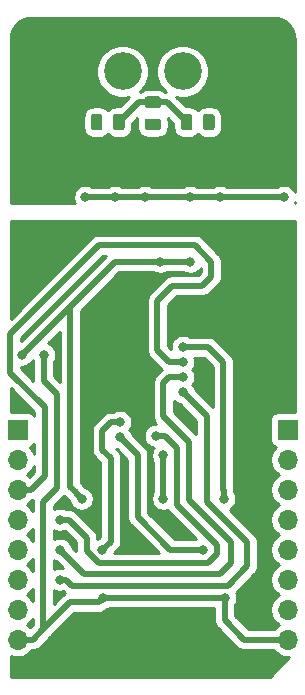
<source format=gbr>
G04 #@! TF.GenerationSoftware,KiCad,Pcbnew,(5.1.5)-3*
G04 #@! TF.CreationDate,2020-01-28T18:53:24+01:00*
G04 #@! TF.ProjectId,CAN SPI Isolated v2.0,43414e20-5350-4492-9049-736f6c617465,rev?*
G04 #@! TF.SameCoordinates,Original*
G04 #@! TF.FileFunction,Copper,L2,Bot*
G04 #@! TF.FilePolarity,Positive*
%FSLAX46Y46*%
G04 Gerber Fmt 4.6, Leading zero omitted, Abs format (unit mm)*
G04 Created by KiCad (PCBNEW (5.1.5)-3) date 2020-01-28 18:53:24*
%MOMM*%
%LPD*%
G04 APERTURE LIST*
%ADD10C,0.100000*%
%ADD11C,3.200000*%
%ADD12O,1.700000X1.700000*%
%ADD13R,1.700000X1.700000*%
%ADD14C,0.800000*%
%ADD15C,0.508000*%
%ADD16C,0.254000*%
G04 APERTURE END LIST*
G04 #@! TA.AperFunction,SMDPad,CuDef*
D10*
G36*
X89380142Y-127989174D02*
G01*
X89403803Y-127992684D01*
X89427007Y-127998496D01*
X89449529Y-128006554D01*
X89471153Y-128016782D01*
X89491670Y-128029079D01*
X89510883Y-128043329D01*
X89528607Y-128059393D01*
X89544671Y-128077117D01*
X89558921Y-128096330D01*
X89571218Y-128116847D01*
X89581446Y-128138471D01*
X89589504Y-128160993D01*
X89595316Y-128184197D01*
X89598826Y-128207858D01*
X89600000Y-128231750D01*
X89600000Y-128719250D01*
X89598826Y-128743142D01*
X89595316Y-128766803D01*
X89589504Y-128790007D01*
X89581446Y-128812529D01*
X89571218Y-128834153D01*
X89558921Y-128854670D01*
X89544671Y-128873883D01*
X89528607Y-128891607D01*
X89510883Y-128907671D01*
X89491670Y-128921921D01*
X89471153Y-128934218D01*
X89449529Y-128944446D01*
X89427007Y-128952504D01*
X89403803Y-128958316D01*
X89380142Y-128961826D01*
X89356250Y-128963000D01*
X88443750Y-128963000D01*
X88419858Y-128961826D01*
X88396197Y-128958316D01*
X88372993Y-128952504D01*
X88350471Y-128944446D01*
X88328847Y-128934218D01*
X88308330Y-128921921D01*
X88289117Y-128907671D01*
X88271393Y-128891607D01*
X88255329Y-128873883D01*
X88241079Y-128854670D01*
X88228782Y-128834153D01*
X88218554Y-128812529D01*
X88210496Y-128790007D01*
X88204684Y-128766803D01*
X88201174Y-128743142D01*
X88200000Y-128719250D01*
X88200000Y-128231750D01*
X88201174Y-128207858D01*
X88204684Y-128184197D01*
X88210496Y-128160993D01*
X88218554Y-128138471D01*
X88228782Y-128116847D01*
X88241079Y-128096330D01*
X88255329Y-128077117D01*
X88271393Y-128059393D01*
X88289117Y-128043329D01*
X88308330Y-128029079D01*
X88328847Y-128016782D01*
X88350471Y-128006554D01*
X88372993Y-127998496D01*
X88396197Y-127992684D01*
X88419858Y-127989174D01*
X88443750Y-127988000D01*
X89356250Y-127988000D01*
X89380142Y-127989174D01*
G37*
G04 #@! TD.AperFunction*
G04 #@! TA.AperFunction,SMDPad,CuDef*
G36*
X89380142Y-129864174D02*
G01*
X89403803Y-129867684D01*
X89427007Y-129873496D01*
X89449529Y-129881554D01*
X89471153Y-129891782D01*
X89491670Y-129904079D01*
X89510883Y-129918329D01*
X89528607Y-129934393D01*
X89544671Y-129952117D01*
X89558921Y-129971330D01*
X89571218Y-129991847D01*
X89581446Y-130013471D01*
X89589504Y-130035993D01*
X89595316Y-130059197D01*
X89598826Y-130082858D01*
X89600000Y-130106750D01*
X89600000Y-130594250D01*
X89598826Y-130618142D01*
X89595316Y-130641803D01*
X89589504Y-130665007D01*
X89581446Y-130687529D01*
X89571218Y-130709153D01*
X89558921Y-130729670D01*
X89544671Y-130748883D01*
X89528607Y-130766607D01*
X89510883Y-130782671D01*
X89491670Y-130796921D01*
X89471153Y-130809218D01*
X89449529Y-130819446D01*
X89427007Y-130827504D01*
X89403803Y-130833316D01*
X89380142Y-130836826D01*
X89356250Y-130838000D01*
X88443750Y-130838000D01*
X88419858Y-130836826D01*
X88396197Y-130833316D01*
X88372993Y-130827504D01*
X88350471Y-130819446D01*
X88328847Y-130809218D01*
X88308330Y-130796921D01*
X88289117Y-130782671D01*
X88271393Y-130766607D01*
X88255329Y-130748883D01*
X88241079Y-130729670D01*
X88228782Y-130709153D01*
X88218554Y-130687529D01*
X88210496Y-130665007D01*
X88204684Y-130641803D01*
X88201174Y-130618142D01*
X88200000Y-130594250D01*
X88200000Y-130106750D01*
X88201174Y-130082858D01*
X88204684Y-130059197D01*
X88210496Y-130035993D01*
X88218554Y-130013471D01*
X88228782Y-129991847D01*
X88241079Y-129971330D01*
X88255329Y-129952117D01*
X88271393Y-129934393D01*
X88289117Y-129918329D01*
X88308330Y-129904079D01*
X88328847Y-129891782D01*
X88350471Y-129881554D01*
X88372993Y-129873496D01*
X88396197Y-129867684D01*
X88419858Y-129864174D01*
X88443750Y-129863000D01*
X89356250Y-129863000D01*
X89380142Y-129864174D01*
G37*
G04 #@! TD.AperFunction*
D11*
X86360000Y-125857000D03*
X91440000Y-125857000D03*
D12*
X77470000Y-173990000D03*
X77470000Y-171450000D03*
X77470000Y-168910000D03*
X77470000Y-166370000D03*
X77470000Y-163830000D03*
X77470000Y-161290000D03*
X77470000Y-158750000D03*
D13*
X77470000Y-156210000D03*
X100330000Y-156210000D03*
D12*
X100330000Y-158750000D03*
X100330000Y-161290000D03*
X100330000Y-163830000D03*
X100330000Y-166370000D03*
X100330000Y-168910000D03*
X100330000Y-171450000D03*
X100330000Y-173990000D03*
G04 #@! TA.AperFunction,SMDPad,CuDef*
D10*
G36*
X93915142Y-129476174D02*
G01*
X93938803Y-129479684D01*
X93962007Y-129485496D01*
X93984529Y-129493554D01*
X94006153Y-129503782D01*
X94026670Y-129516079D01*
X94045883Y-129530329D01*
X94063607Y-129546393D01*
X94079671Y-129564117D01*
X94093921Y-129583330D01*
X94106218Y-129603847D01*
X94116446Y-129625471D01*
X94124504Y-129647993D01*
X94130316Y-129671197D01*
X94133826Y-129694858D01*
X94135000Y-129718750D01*
X94135000Y-130631250D01*
X94133826Y-130655142D01*
X94130316Y-130678803D01*
X94124504Y-130702007D01*
X94116446Y-130724529D01*
X94106218Y-130746153D01*
X94093921Y-130766670D01*
X94079671Y-130785883D01*
X94063607Y-130803607D01*
X94045883Y-130819671D01*
X94026670Y-130833921D01*
X94006153Y-130846218D01*
X93984529Y-130856446D01*
X93962007Y-130864504D01*
X93938803Y-130870316D01*
X93915142Y-130873826D01*
X93891250Y-130875000D01*
X93403750Y-130875000D01*
X93379858Y-130873826D01*
X93356197Y-130870316D01*
X93332993Y-130864504D01*
X93310471Y-130856446D01*
X93288847Y-130846218D01*
X93268330Y-130833921D01*
X93249117Y-130819671D01*
X93231393Y-130803607D01*
X93215329Y-130785883D01*
X93201079Y-130766670D01*
X93188782Y-130746153D01*
X93178554Y-130724529D01*
X93170496Y-130702007D01*
X93164684Y-130678803D01*
X93161174Y-130655142D01*
X93160000Y-130631250D01*
X93160000Y-129718750D01*
X93161174Y-129694858D01*
X93164684Y-129671197D01*
X93170496Y-129647993D01*
X93178554Y-129625471D01*
X93188782Y-129603847D01*
X93201079Y-129583330D01*
X93215329Y-129564117D01*
X93231393Y-129546393D01*
X93249117Y-129530329D01*
X93268330Y-129516079D01*
X93288847Y-129503782D01*
X93310471Y-129493554D01*
X93332993Y-129485496D01*
X93356197Y-129479684D01*
X93379858Y-129476174D01*
X93403750Y-129475000D01*
X93891250Y-129475000D01*
X93915142Y-129476174D01*
G37*
G04 #@! TD.AperFunction*
G04 #@! TA.AperFunction,SMDPad,CuDef*
G36*
X92040142Y-129476174D02*
G01*
X92063803Y-129479684D01*
X92087007Y-129485496D01*
X92109529Y-129493554D01*
X92131153Y-129503782D01*
X92151670Y-129516079D01*
X92170883Y-129530329D01*
X92188607Y-129546393D01*
X92204671Y-129564117D01*
X92218921Y-129583330D01*
X92231218Y-129603847D01*
X92241446Y-129625471D01*
X92249504Y-129647993D01*
X92255316Y-129671197D01*
X92258826Y-129694858D01*
X92260000Y-129718750D01*
X92260000Y-130631250D01*
X92258826Y-130655142D01*
X92255316Y-130678803D01*
X92249504Y-130702007D01*
X92241446Y-130724529D01*
X92231218Y-130746153D01*
X92218921Y-130766670D01*
X92204671Y-130785883D01*
X92188607Y-130803607D01*
X92170883Y-130819671D01*
X92151670Y-130833921D01*
X92131153Y-130846218D01*
X92109529Y-130856446D01*
X92087007Y-130864504D01*
X92063803Y-130870316D01*
X92040142Y-130873826D01*
X92016250Y-130875000D01*
X91528750Y-130875000D01*
X91504858Y-130873826D01*
X91481197Y-130870316D01*
X91457993Y-130864504D01*
X91435471Y-130856446D01*
X91413847Y-130846218D01*
X91393330Y-130833921D01*
X91374117Y-130819671D01*
X91356393Y-130803607D01*
X91340329Y-130785883D01*
X91326079Y-130766670D01*
X91313782Y-130746153D01*
X91303554Y-130724529D01*
X91295496Y-130702007D01*
X91289684Y-130678803D01*
X91286174Y-130655142D01*
X91285000Y-130631250D01*
X91285000Y-129718750D01*
X91286174Y-129694858D01*
X91289684Y-129671197D01*
X91295496Y-129647993D01*
X91303554Y-129625471D01*
X91313782Y-129603847D01*
X91326079Y-129583330D01*
X91340329Y-129564117D01*
X91356393Y-129546393D01*
X91374117Y-129530329D01*
X91393330Y-129516079D01*
X91413847Y-129503782D01*
X91435471Y-129493554D01*
X91457993Y-129485496D01*
X91481197Y-129479684D01*
X91504858Y-129476174D01*
X91528750Y-129475000D01*
X92016250Y-129475000D01*
X92040142Y-129476174D01*
G37*
G04 #@! TD.AperFunction*
G04 #@! TA.AperFunction,SMDPad,CuDef*
G36*
X84420142Y-129476174D02*
G01*
X84443803Y-129479684D01*
X84467007Y-129485496D01*
X84489529Y-129493554D01*
X84511153Y-129503782D01*
X84531670Y-129516079D01*
X84550883Y-129530329D01*
X84568607Y-129546393D01*
X84584671Y-129564117D01*
X84598921Y-129583330D01*
X84611218Y-129603847D01*
X84621446Y-129625471D01*
X84629504Y-129647993D01*
X84635316Y-129671197D01*
X84638826Y-129694858D01*
X84640000Y-129718750D01*
X84640000Y-130631250D01*
X84638826Y-130655142D01*
X84635316Y-130678803D01*
X84629504Y-130702007D01*
X84621446Y-130724529D01*
X84611218Y-130746153D01*
X84598921Y-130766670D01*
X84584671Y-130785883D01*
X84568607Y-130803607D01*
X84550883Y-130819671D01*
X84531670Y-130833921D01*
X84511153Y-130846218D01*
X84489529Y-130856446D01*
X84467007Y-130864504D01*
X84443803Y-130870316D01*
X84420142Y-130873826D01*
X84396250Y-130875000D01*
X83908750Y-130875000D01*
X83884858Y-130873826D01*
X83861197Y-130870316D01*
X83837993Y-130864504D01*
X83815471Y-130856446D01*
X83793847Y-130846218D01*
X83773330Y-130833921D01*
X83754117Y-130819671D01*
X83736393Y-130803607D01*
X83720329Y-130785883D01*
X83706079Y-130766670D01*
X83693782Y-130746153D01*
X83683554Y-130724529D01*
X83675496Y-130702007D01*
X83669684Y-130678803D01*
X83666174Y-130655142D01*
X83665000Y-130631250D01*
X83665000Y-129718750D01*
X83666174Y-129694858D01*
X83669684Y-129671197D01*
X83675496Y-129647993D01*
X83683554Y-129625471D01*
X83693782Y-129603847D01*
X83706079Y-129583330D01*
X83720329Y-129564117D01*
X83736393Y-129546393D01*
X83754117Y-129530329D01*
X83773330Y-129516079D01*
X83793847Y-129503782D01*
X83815471Y-129493554D01*
X83837993Y-129485496D01*
X83861197Y-129479684D01*
X83884858Y-129476174D01*
X83908750Y-129475000D01*
X84396250Y-129475000D01*
X84420142Y-129476174D01*
G37*
G04 #@! TD.AperFunction*
G04 #@! TA.AperFunction,SMDPad,CuDef*
G36*
X86295142Y-129476174D02*
G01*
X86318803Y-129479684D01*
X86342007Y-129485496D01*
X86364529Y-129493554D01*
X86386153Y-129503782D01*
X86406670Y-129516079D01*
X86425883Y-129530329D01*
X86443607Y-129546393D01*
X86459671Y-129564117D01*
X86473921Y-129583330D01*
X86486218Y-129603847D01*
X86496446Y-129625471D01*
X86504504Y-129647993D01*
X86510316Y-129671197D01*
X86513826Y-129694858D01*
X86515000Y-129718750D01*
X86515000Y-130631250D01*
X86513826Y-130655142D01*
X86510316Y-130678803D01*
X86504504Y-130702007D01*
X86496446Y-130724529D01*
X86486218Y-130746153D01*
X86473921Y-130766670D01*
X86459671Y-130785883D01*
X86443607Y-130803607D01*
X86425883Y-130819671D01*
X86406670Y-130833921D01*
X86386153Y-130846218D01*
X86364529Y-130856446D01*
X86342007Y-130864504D01*
X86318803Y-130870316D01*
X86295142Y-130873826D01*
X86271250Y-130875000D01*
X85783750Y-130875000D01*
X85759858Y-130873826D01*
X85736197Y-130870316D01*
X85712993Y-130864504D01*
X85690471Y-130856446D01*
X85668847Y-130846218D01*
X85648330Y-130833921D01*
X85629117Y-130819671D01*
X85611393Y-130803607D01*
X85595329Y-130785883D01*
X85581079Y-130766670D01*
X85568782Y-130746153D01*
X85558554Y-130724529D01*
X85550496Y-130702007D01*
X85544684Y-130678803D01*
X85541174Y-130655142D01*
X85540000Y-130631250D01*
X85540000Y-129718750D01*
X85541174Y-129694858D01*
X85544684Y-129671197D01*
X85550496Y-129647993D01*
X85558554Y-129625471D01*
X85568782Y-129603847D01*
X85581079Y-129583330D01*
X85595329Y-129564117D01*
X85611393Y-129546393D01*
X85629117Y-129530329D01*
X85648330Y-129516079D01*
X85668847Y-129503782D01*
X85690471Y-129493554D01*
X85712993Y-129485496D01*
X85736197Y-129479684D01*
X85759858Y-129476174D01*
X85783750Y-129475000D01*
X86271250Y-129475000D01*
X86295142Y-129476174D01*
G37*
G04 #@! TD.AperFunction*
D14*
X94996000Y-170434000D03*
X84709000Y-170434000D03*
X79677500Y-149860000D03*
X86106000Y-156845000D03*
X93150000Y-166370000D03*
X86106000Y-155575000D03*
X84616000Y-166404000D03*
X89535000Y-141986000D03*
X92075000Y-141986000D03*
X77802500Y-149860000D03*
X82882500Y-162052000D03*
X94615000Y-136525000D03*
X92075000Y-136525000D03*
X85725000Y-136525000D03*
X83185000Y-136525000D03*
X88900000Y-130429000D03*
X99997500Y-136525000D03*
X88265000Y-136525000D03*
X93726000Y-130175000D03*
X84074000Y-130175000D03*
X81026000Y-168910000D03*
X91440000Y-153035000D03*
X81026000Y-166370000D03*
X91440000Y-151765000D03*
X81026000Y-163830000D03*
X89154000Y-156718000D03*
X91440000Y-150495000D03*
X91440000Y-149225000D03*
X94917500Y-162052000D03*
X89789000Y-162052000D03*
X89789000Y-158369000D03*
D15*
X78740000Y-173990000D02*
X77470000Y-173990000D01*
X79629000Y-173101000D02*
X78740000Y-173990000D01*
X79629000Y-172847000D02*
X79629000Y-173101000D01*
X80772000Y-161163000D02*
X79629000Y-162306000D01*
X80772000Y-153162000D02*
X80772000Y-161163000D01*
X79629000Y-162306000D02*
X79629000Y-172847000D01*
X79677500Y-149860000D02*
X79677500Y-152067500D01*
X79677500Y-152067500D02*
X80772000Y-153162000D01*
X96647000Y-173990000D02*
X100330000Y-173990000D01*
X94996000Y-170434000D02*
X94996000Y-172339000D01*
X94996000Y-172339000D02*
X96647000Y-173990000D01*
X81896001Y-170833999D02*
X79629000Y-173101000D01*
X84309001Y-170833999D02*
X81896001Y-170833999D01*
X84709000Y-170434000D02*
X84309001Y-170833999D01*
X94430315Y-170434000D02*
X84709000Y-170434000D01*
X94996000Y-170434000D02*
X94430315Y-170434000D01*
X87630000Y-163608000D02*
X90392000Y-166370000D01*
X87630000Y-158369000D02*
X87630000Y-163608000D01*
X90392000Y-166370000D02*
X93150000Y-166370000D01*
X86106000Y-156845000D02*
X87630000Y-158369000D01*
X86106000Y-155575000D02*
X85344000Y-155575000D01*
X85344000Y-155575000D02*
X84616000Y-156303000D01*
X84616000Y-156303000D02*
X84616000Y-157895000D01*
X84616000Y-157895000D02*
X85344000Y-158623000D01*
X85344000Y-165676000D02*
X84616000Y-166404000D01*
X85344000Y-158623000D02*
X85344000Y-165676000D01*
X92075000Y-141986000D02*
X89535000Y-141986000D01*
X89535000Y-141986000D02*
X85676500Y-141986000D01*
X81026000Y-146685000D02*
X81153000Y-146558000D01*
X81153000Y-146558000D02*
X77802500Y-149860000D01*
X82396973Y-161566473D02*
X82396973Y-161517973D01*
X82882500Y-162052000D02*
X82396973Y-161566473D01*
X82396973Y-161517973D02*
X81915000Y-161036000D01*
X81915000Y-161036000D02*
X81915000Y-145796000D01*
X85676500Y-141986000D02*
X81915000Y-145796000D01*
X81915000Y-145796000D02*
X81153000Y-146558000D01*
X83185000Y-136525000D02*
X85725000Y-136525000D01*
X85725000Y-136525000D02*
X88265000Y-136525000D01*
X92075000Y-136525000D02*
X94615000Y-136525000D01*
X88265000Y-136525000D02*
X92075000Y-136525000D01*
X94615000Y-136525000D02*
X99997500Y-136525000D01*
X87727000Y-128475500D02*
X88900000Y-128475500D01*
X86027500Y-130175000D02*
X87727000Y-128475500D01*
X90073000Y-128475500D02*
X88900000Y-128475500D01*
X91772500Y-130175000D02*
X90073000Y-128475500D01*
X81591685Y-168910000D02*
X82099685Y-169418000D01*
X81026000Y-168910000D02*
X81591685Y-168910000D01*
X82099685Y-169418000D02*
X95250000Y-169418000D01*
X95250000Y-169418000D02*
X96901000Y-167767000D01*
X96901000Y-167767000D02*
X96901000Y-165735000D01*
X96901000Y-165735000D02*
X93472000Y-162306000D01*
X93472000Y-155067000D02*
X91440000Y-153035000D01*
X93472000Y-162306000D02*
X93472000Y-155067000D01*
X81026000Y-166370000D02*
X83058000Y-168402000D01*
X83058000Y-168402000D02*
X94615000Y-168402000D01*
X94615000Y-168402000D02*
X95504000Y-167513000D01*
X95504000Y-167513000D02*
X95504000Y-165735000D01*
X95504000Y-165735000D02*
X91948000Y-162179000D01*
X91948000Y-162179000D02*
X91948000Y-157226000D01*
X91948000Y-157226000D02*
X89789000Y-155067000D01*
X89789000Y-155067000D02*
X89789000Y-152273000D01*
X90297000Y-151765000D02*
X91440000Y-151765000D01*
X89789000Y-152273000D02*
X90297000Y-151765000D01*
X81026000Y-163830000D02*
X81788000Y-163830000D01*
X81788000Y-163830000D02*
X83312000Y-165354000D01*
X83312000Y-165354000D02*
X83312000Y-166497000D01*
X83312000Y-166497000D02*
X84328000Y-167513000D01*
X84328000Y-167513000D02*
X93599000Y-167513000D01*
X93599000Y-167513000D02*
X94361000Y-166751000D01*
X94361000Y-166751000D02*
X94361000Y-165989000D01*
X94361000Y-165989000D02*
X90932000Y-162560000D01*
X90932000Y-162560000D02*
X90932000Y-158248078D01*
X90932000Y-158248078D02*
X90932000Y-157734000D01*
X90932000Y-157734000D02*
X89916000Y-156718000D01*
X89916000Y-156718000D02*
X89281000Y-156718000D01*
X90297000Y-150495000D02*
X91440000Y-150495000D01*
X89281000Y-149479000D02*
X90297000Y-150495000D01*
X90551000Y-144018000D02*
X89281000Y-145288000D01*
X76835000Y-151384000D02*
X76835000Y-148082000D01*
X77470000Y-161290000D02*
X78613000Y-161290000D01*
X79756000Y-154305000D02*
X76835000Y-151384000D01*
X93091000Y-144018000D02*
X90551000Y-144018000D01*
X76835000Y-148082000D02*
X84328000Y-140589000D01*
X84328000Y-140589000D02*
X92456000Y-140589000D01*
X79756000Y-160147000D02*
X79756000Y-154305000D01*
X78613000Y-161290000D02*
X79756000Y-160147000D01*
X92456000Y-140589000D02*
X93853000Y-141986000D01*
X89281000Y-145288000D02*
X89281000Y-149479000D01*
X93853000Y-141986000D02*
X93853000Y-143256000D01*
X93853000Y-143256000D02*
X93091000Y-144018000D01*
X94917500Y-161352000D02*
X94869000Y-161303500D01*
X94917500Y-162052000D02*
X94917500Y-161352000D01*
X94869000Y-161303500D02*
X94869000Y-150495000D01*
X93599000Y-149225000D02*
X91440000Y-149225000D01*
X94869000Y-150495000D02*
X93599000Y-149225000D01*
X89789000Y-158369000D02*
X89789000Y-162052000D01*
D16*
G36*
X94107001Y-172295330D02*
G01*
X94102700Y-172339000D01*
X94119864Y-172513274D01*
X94170698Y-172680852D01*
X94253248Y-172835291D01*
X94364342Y-172970659D01*
X94398259Y-172998494D01*
X95987506Y-174587742D01*
X96015341Y-174621659D01*
X96150709Y-174732753D01*
X96305149Y-174815303D01*
X96421892Y-174850716D01*
X96472725Y-174866136D01*
X96647000Y-174883301D01*
X96690668Y-174879000D01*
X99138017Y-174879000D01*
X99176525Y-174936632D01*
X99383368Y-175143475D01*
X99626589Y-175305990D01*
X99896842Y-175417932D01*
X100183740Y-175475000D01*
X100451619Y-175475000D01*
X98786620Y-177140000D01*
X76860000Y-177140000D01*
X76860000Y-175344682D01*
X77036842Y-175417932D01*
X77323740Y-175475000D01*
X77616260Y-175475000D01*
X77903158Y-175417932D01*
X78173411Y-175305990D01*
X78416632Y-175143475D01*
X78623475Y-174936632D01*
X78661983Y-174879000D01*
X78696340Y-174879000D01*
X78740000Y-174883300D01*
X78783660Y-174879000D01*
X78783667Y-174879000D01*
X78914274Y-174866136D01*
X79081851Y-174815303D01*
X79236291Y-174732753D01*
X79371659Y-174621659D01*
X79399499Y-174587737D01*
X80226741Y-173760495D01*
X80260659Y-173732659D01*
X80288499Y-173698736D01*
X82264237Y-171722999D01*
X84265341Y-171722999D01*
X84309001Y-171727299D01*
X84352661Y-171722999D01*
X84352668Y-171722999D01*
X84483275Y-171710135D01*
X84650852Y-171659302D01*
X84805292Y-171576752D01*
X84940660Y-171465658D01*
X84962689Y-171438815D01*
X85010898Y-171429226D01*
X85199256Y-171351205D01*
X85241468Y-171323000D01*
X94107000Y-171323000D01*
X94107001Y-172295330D01*
G37*
X94107001Y-172295330D02*
X94102700Y-172339000D01*
X94119864Y-172513274D01*
X94170698Y-172680852D01*
X94253248Y-172835291D01*
X94364342Y-172970659D01*
X94398259Y-172998494D01*
X95987506Y-174587742D01*
X96015341Y-174621659D01*
X96150709Y-174732753D01*
X96305149Y-174815303D01*
X96421892Y-174850716D01*
X96472725Y-174866136D01*
X96647000Y-174883301D01*
X96690668Y-174879000D01*
X99138017Y-174879000D01*
X99176525Y-174936632D01*
X99383368Y-175143475D01*
X99626589Y-175305990D01*
X99896842Y-175417932D01*
X100183740Y-175475000D01*
X100451619Y-175475000D01*
X98786620Y-177140000D01*
X76860000Y-177140000D01*
X76860000Y-175344682D01*
X77036842Y-175417932D01*
X77323740Y-175475000D01*
X77616260Y-175475000D01*
X77903158Y-175417932D01*
X78173411Y-175305990D01*
X78416632Y-175143475D01*
X78623475Y-174936632D01*
X78661983Y-174879000D01*
X78696340Y-174879000D01*
X78740000Y-174883300D01*
X78783660Y-174879000D01*
X78783667Y-174879000D01*
X78914274Y-174866136D01*
X79081851Y-174815303D01*
X79236291Y-174732753D01*
X79371659Y-174621659D01*
X79399499Y-174587737D01*
X80226741Y-173760495D01*
X80260659Y-173732659D01*
X80288499Y-173698736D01*
X82264237Y-171722999D01*
X84265341Y-171722999D01*
X84309001Y-171727299D01*
X84352661Y-171722999D01*
X84352668Y-171722999D01*
X84483275Y-171710135D01*
X84650852Y-171659302D01*
X84805292Y-171576752D01*
X84940660Y-171465658D01*
X84962689Y-171438815D01*
X85010898Y-171429226D01*
X85199256Y-171351205D01*
X85241468Y-171323000D01*
X94107000Y-171323000D01*
X94107001Y-172295330D01*
G36*
X100940001Y-154721928D02*
G01*
X99480000Y-154721928D01*
X99355518Y-154734188D01*
X99235820Y-154770498D01*
X99125506Y-154829463D01*
X99028815Y-154908815D01*
X98949463Y-155005506D01*
X98890498Y-155115820D01*
X98854188Y-155235518D01*
X98841928Y-155360000D01*
X98841928Y-157060000D01*
X98854188Y-157184482D01*
X98890498Y-157304180D01*
X98949463Y-157414494D01*
X99028815Y-157511185D01*
X99125506Y-157590537D01*
X99235820Y-157649502D01*
X99308380Y-157671513D01*
X99176525Y-157803368D01*
X99014010Y-158046589D01*
X98902068Y-158316842D01*
X98845000Y-158603740D01*
X98845000Y-158896260D01*
X98902068Y-159183158D01*
X99014010Y-159453411D01*
X99176525Y-159696632D01*
X99383368Y-159903475D01*
X99557760Y-160020000D01*
X99383368Y-160136525D01*
X99176525Y-160343368D01*
X99014010Y-160586589D01*
X98902068Y-160856842D01*
X98845000Y-161143740D01*
X98845000Y-161436260D01*
X98902068Y-161723158D01*
X99014010Y-161993411D01*
X99176525Y-162236632D01*
X99383368Y-162443475D01*
X99557760Y-162560000D01*
X99383368Y-162676525D01*
X99176525Y-162883368D01*
X99014010Y-163126589D01*
X98902068Y-163396842D01*
X98845000Y-163683740D01*
X98845000Y-163976260D01*
X98902068Y-164263158D01*
X99014010Y-164533411D01*
X99176525Y-164776632D01*
X99383368Y-164983475D01*
X99557760Y-165100000D01*
X99383368Y-165216525D01*
X99176525Y-165423368D01*
X99014010Y-165666589D01*
X98902068Y-165936842D01*
X98845000Y-166223740D01*
X98845000Y-166516260D01*
X98902068Y-166803158D01*
X99014010Y-167073411D01*
X99176525Y-167316632D01*
X99383368Y-167523475D01*
X99557760Y-167640000D01*
X99383368Y-167756525D01*
X99176525Y-167963368D01*
X99014010Y-168206589D01*
X98902068Y-168476842D01*
X98845000Y-168763740D01*
X98845000Y-169056260D01*
X98902068Y-169343158D01*
X99014010Y-169613411D01*
X99176525Y-169856632D01*
X99383368Y-170063475D01*
X99557760Y-170180000D01*
X99383368Y-170296525D01*
X99176525Y-170503368D01*
X99014010Y-170746589D01*
X98902068Y-171016842D01*
X98845000Y-171303740D01*
X98845000Y-171596260D01*
X98902068Y-171883158D01*
X99014010Y-172153411D01*
X99176525Y-172396632D01*
X99383368Y-172603475D01*
X99557760Y-172720000D01*
X99383368Y-172836525D01*
X99176525Y-173043368D01*
X99138017Y-173101000D01*
X97015236Y-173101000D01*
X95885000Y-171970765D01*
X95885000Y-170966468D01*
X95913205Y-170924256D01*
X95991226Y-170735898D01*
X96031000Y-170535939D01*
X96031000Y-170332061D01*
X95991226Y-170132102D01*
X95933206Y-169992029D01*
X97498743Y-168426493D01*
X97532659Y-168398659D01*
X97643753Y-168263291D01*
X97726303Y-168108851D01*
X97777136Y-167941274D01*
X97785634Y-167855000D01*
X97794301Y-167767000D01*
X97790000Y-167723332D01*
X97790000Y-165778659D01*
X97794300Y-165734999D01*
X97790000Y-165691339D01*
X97790000Y-165691333D01*
X97777136Y-165560726D01*
X97777136Y-165560724D01*
X97744396Y-165452795D01*
X97726303Y-165393149D01*
X97643753Y-165238709D01*
X97532659Y-165103341D01*
X97498736Y-165075501D01*
X95396926Y-162973691D01*
X95407756Y-162969205D01*
X95577274Y-162855937D01*
X95721437Y-162711774D01*
X95834705Y-162542256D01*
X95912726Y-162353898D01*
X95952500Y-162153939D01*
X95952500Y-161950061D01*
X95912726Y-161750102D01*
X95834705Y-161561744D01*
X95806500Y-161519532D01*
X95806500Y-161395659D01*
X95810800Y-161351999D01*
X95806500Y-161308339D01*
X95806500Y-161308333D01*
X95793636Y-161177726D01*
X95793150Y-161176122D01*
X95774829Y-161115726D01*
X95758000Y-161060248D01*
X95758000Y-150538659D01*
X95762300Y-150494999D01*
X95758000Y-150451339D01*
X95758000Y-150451333D01*
X95745136Y-150320726D01*
X95745136Y-150320724D01*
X95694302Y-150153147D01*
X95673377Y-150114000D01*
X95611753Y-149998709D01*
X95500659Y-149863341D01*
X95466741Y-149835506D01*
X94258499Y-148627264D01*
X94230659Y-148593341D01*
X94095291Y-148482247D01*
X93940851Y-148399697D01*
X93773274Y-148348864D01*
X93642667Y-148336000D01*
X93642660Y-148336000D01*
X93599000Y-148331700D01*
X93555340Y-148336000D01*
X91972468Y-148336000D01*
X91930256Y-148307795D01*
X91741898Y-148229774D01*
X91541939Y-148190000D01*
X91338061Y-148190000D01*
X91138102Y-148229774D01*
X90949744Y-148307795D01*
X90780226Y-148421063D01*
X90636063Y-148565226D01*
X90522795Y-148734744D01*
X90444774Y-148923102D01*
X90405000Y-149123061D01*
X90405000Y-149326939D01*
X90409674Y-149350439D01*
X90170000Y-149110765D01*
X90170000Y-145656235D01*
X90919236Y-144907000D01*
X93047340Y-144907000D01*
X93091000Y-144911300D01*
X93134660Y-144907000D01*
X93134667Y-144907000D01*
X93265274Y-144894136D01*
X93432851Y-144843303D01*
X93587291Y-144760753D01*
X93722659Y-144649659D01*
X93750499Y-144615737D01*
X94450741Y-143915495D01*
X94484659Y-143887659D01*
X94595753Y-143752291D01*
X94678303Y-143597851D01*
X94729136Y-143430274D01*
X94742000Y-143299667D01*
X94742000Y-143299660D01*
X94746300Y-143256000D01*
X94742000Y-143212340D01*
X94742000Y-142029659D01*
X94746300Y-141985999D01*
X94742000Y-141942334D01*
X94742000Y-141942333D01*
X94729136Y-141811726D01*
X94729136Y-141811724D01*
X94678302Y-141644147D01*
X94674589Y-141637200D01*
X94595753Y-141489709D01*
X94484659Y-141354341D01*
X94450737Y-141326502D01*
X93115499Y-139991264D01*
X93087659Y-139957341D01*
X92952291Y-139846247D01*
X92797851Y-139763697D01*
X92630274Y-139712864D01*
X92499667Y-139700000D01*
X92499660Y-139700000D01*
X92456000Y-139695700D01*
X92412340Y-139700000D01*
X84371659Y-139700000D01*
X84327999Y-139695700D01*
X84284339Y-139700000D01*
X84284333Y-139700000D01*
X84186924Y-139709594D01*
X84153724Y-139712864D01*
X84052058Y-139743704D01*
X83986149Y-139763697D01*
X83831709Y-139846247D01*
X83696341Y-139957341D01*
X83668506Y-139991258D01*
X76860000Y-146799765D01*
X76860000Y-138557000D01*
X100940000Y-138557000D01*
X100940001Y-154721928D01*
G37*
X100940001Y-154721928D02*
X99480000Y-154721928D01*
X99355518Y-154734188D01*
X99235820Y-154770498D01*
X99125506Y-154829463D01*
X99028815Y-154908815D01*
X98949463Y-155005506D01*
X98890498Y-155115820D01*
X98854188Y-155235518D01*
X98841928Y-155360000D01*
X98841928Y-157060000D01*
X98854188Y-157184482D01*
X98890498Y-157304180D01*
X98949463Y-157414494D01*
X99028815Y-157511185D01*
X99125506Y-157590537D01*
X99235820Y-157649502D01*
X99308380Y-157671513D01*
X99176525Y-157803368D01*
X99014010Y-158046589D01*
X98902068Y-158316842D01*
X98845000Y-158603740D01*
X98845000Y-158896260D01*
X98902068Y-159183158D01*
X99014010Y-159453411D01*
X99176525Y-159696632D01*
X99383368Y-159903475D01*
X99557760Y-160020000D01*
X99383368Y-160136525D01*
X99176525Y-160343368D01*
X99014010Y-160586589D01*
X98902068Y-160856842D01*
X98845000Y-161143740D01*
X98845000Y-161436260D01*
X98902068Y-161723158D01*
X99014010Y-161993411D01*
X99176525Y-162236632D01*
X99383368Y-162443475D01*
X99557760Y-162560000D01*
X99383368Y-162676525D01*
X99176525Y-162883368D01*
X99014010Y-163126589D01*
X98902068Y-163396842D01*
X98845000Y-163683740D01*
X98845000Y-163976260D01*
X98902068Y-164263158D01*
X99014010Y-164533411D01*
X99176525Y-164776632D01*
X99383368Y-164983475D01*
X99557760Y-165100000D01*
X99383368Y-165216525D01*
X99176525Y-165423368D01*
X99014010Y-165666589D01*
X98902068Y-165936842D01*
X98845000Y-166223740D01*
X98845000Y-166516260D01*
X98902068Y-166803158D01*
X99014010Y-167073411D01*
X99176525Y-167316632D01*
X99383368Y-167523475D01*
X99557760Y-167640000D01*
X99383368Y-167756525D01*
X99176525Y-167963368D01*
X99014010Y-168206589D01*
X98902068Y-168476842D01*
X98845000Y-168763740D01*
X98845000Y-169056260D01*
X98902068Y-169343158D01*
X99014010Y-169613411D01*
X99176525Y-169856632D01*
X99383368Y-170063475D01*
X99557760Y-170180000D01*
X99383368Y-170296525D01*
X99176525Y-170503368D01*
X99014010Y-170746589D01*
X98902068Y-171016842D01*
X98845000Y-171303740D01*
X98845000Y-171596260D01*
X98902068Y-171883158D01*
X99014010Y-172153411D01*
X99176525Y-172396632D01*
X99383368Y-172603475D01*
X99557760Y-172720000D01*
X99383368Y-172836525D01*
X99176525Y-173043368D01*
X99138017Y-173101000D01*
X97015236Y-173101000D01*
X95885000Y-171970765D01*
X95885000Y-170966468D01*
X95913205Y-170924256D01*
X95991226Y-170735898D01*
X96031000Y-170535939D01*
X96031000Y-170332061D01*
X95991226Y-170132102D01*
X95933206Y-169992029D01*
X97498743Y-168426493D01*
X97532659Y-168398659D01*
X97643753Y-168263291D01*
X97726303Y-168108851D01*
X97777136Y-167941274D01*
X97785634Y-167855000D01*
X97794301Y-167767000D01*
X97790000Y-167723332D01*
X97790000Y-165778659D01*
X97794300Y-165734999D01*
X97790000Y-165691339D01*
X97790000Y-165691333D01*
X97777136Y-165560726D01*
X97777136Y-165560724D01*
X97744396Y-165452795D01*
X97726303Y-165393149D01*
X97643753Y-165238709D01*
X97532659Y-165103341D01*
X97498736Y-165075501D01*
X95396926Y-162973691D01*
X95407756Y-162969205D01*
X95577274Y-162855937D01*
X95721437Y-162711774D01*
X95834705Y-162542256D01*
X95912726Y-162353898D01*
X95952500Y-162153939D01*
X95952500Y-161950061D01*
X95912726Y-161750102D01*
X95834705Y-161561744D01*
X95806500Y-161519532D01*
X95806500Y-161395659D01*
X95810800Y-161351999D01*
X95806500Y-161308339D01*
X95806500Y-161308333D01*
X95793636Y-161177726D01*
X95793150Y-161176122D01*
X95774829Y-161115726D01*
X95758000Y-161060248D01*
X95758000Y-150538659D01*
X95762300Y-150494999D01*
X95758000Y-150451339D01*
X95758000Y-150451333D01*
X95745136Y-150320726D01*
X95745136Y-150320724D01*
X95694302Y-150153147D01*
X95673377Y-150114000D01*
X95611753Y-149998709D01*
X95500659Y-149863341D01*
X95466741Y-149835506D01*
X94258499Y-148627264D01*
X94230659Y-148593341D01*
X94095291Y-148482247D01*
X93940851Y-148399697D01*
X93773274Y-148348864D01*
X93642667Y-148336000D01*
X93642660Y-148336000D01*
X93599000Y-148331700D01*
X93555340Y-148336000D01*
X91972468Y-148336000D01*
X91930256Y-148307795D01*
X91741898Y-148229774D01*
X91541939Y-148190000D01*
X91338061Y-148190000D01*
X91138102Y-148229774D01*
X90949744Y-148307795D01*
X90780226Y-148421063D01*
X90636063Y-148565226D01*
X90522795Y-148734744D01*
X90444774Y-148923102D01*
X90405000Y-149123061D01*
X90405000Y-149326939D01*
X90409674Y-149350439D01*
X90170000Y-149110765D01*
X90170000Y-145656235D01*
X90919236Y-144907000D01*
X93047340Y-144907000D01*
X93091000Y-144911300D01*
X93134660Y-144907000D01*
X93134667Y-144907000D01*
X93265274Y-144894136D01*
X93432851Y-144843303D01*
X93587291Y-144760753D01*
X93722659Y-144649659D01*
X93750499Y-144615737D01*
X94450741Y-143915495D01*
X94484659Y-143887659D01*
X94595753Y-143752291D01*
X94678303Y-143597851D01*
X94729136Y-143430274D01*
X94742000Y-143299667D01*
X94742000Y-143299660D01*
X94746300Y-143256000D01*
X94742000Y-143212340D01*
X94742000Y-142029659D01*
X94746300Y-141985999D01*
X94742000Y-141942334D01*
X94742000Y-141942333D01*
X94729136Y-141811726D01*
X94729136Y-141811724D01*
X94678302Y-141644147D01*
X94674589Y-141637200D01*
X94595753Y-141489709D01*
X94484659Y-141354341D01*
X94450737Y-141326502D01*
X93115499Y-139991264D01*
X93087659Y-139957341D01*
X92952291Y-139846247D01*
X92797851Y-139763697D01*
X92630274Y-139712864D01*
X92499667Y-139700000D01*
X92499660Y-139700000D01*
X92456000Y-139695700D01*
X92412340Y-139700000D01*
X84371659Y-139700000D01*
X84327999Y-139695700D01*
X84284339Y-139700000D01*
X84284333Y-139700000D01*
X84186924Y-139709594D01*
X84153724Y-139712864D01*
X84052058Y-139743704D01*
X83986149Y-139763697D01*
X83831709Y-139846247D01*
X83696341Y-139957341D01*
X83668506Y-139991258D01*
X76860000Y-146799765D01*
X76860000Y-138557000D01*
X100940000Y-138557000D01*
X100940001Y-154721928D01*
G36*
X78740001Y-172732763D02*
G01*
X78526436Y-172946329D01*
X78416632Y-172836525D01*
X78242240Y-172720000D01*
X78416632Y-172603475D01*
X78623475Y-172396632D01*
X78740001Y-172222239D01*
X78740001Y-172732763D01*
G37*
X78740001Y-172732763D02*
X78526436Y-172946329D01*
X78416632Y-172836525D01*
X78242240Y-172720000D01*
X78416632Y-172603475D01*
X78623475Y-172396632D01*
X78740001Y-172222239D01*
X78740001Y-172732763D01*
G36*
X80535744Y-169827205D02*
G01*
X80724102Y-169905226D01*
X80924061Y-169945000D01*
X81127939Y-169945000D01*
X81327898Y-169905226D01*
X81329155Y-169904705D01*
X81440186Y-170015736D01*
X81468026Y-170049659D01*
X81471768Y-170052730D01*
X81399710Y-170091246D01*
X81264342Y-170202340D01*
X81236507Y-170236257D01*
X80518000Y-170954764D01*
X80518000Y-169815349D01*
X80535744Y-169827205D01*
G37*
X80535744Y-169827205D02*
X80724102Y-169905226D01*
X80924061Y-169945000D01*
X81127939Y-169945000D01*
X81327898Y-169905226D01*
X81329155Y-169904705D01*
X81440186Y-170015736D01*
X81468026Y-170049659D01*
X81471768Y-170052730D01*
X81399710Y-170091246D01*
X81264342Y-170202340D01*
X81236507Y-170236257D01*
X80518000Y-170954764D01*
X80518000Y-169815349D01*
X80535744Y-169827205D01*
G36*
X78740001Y-170677761D02*
G01*
X78623475Y-170503368D01*
X78416632Y-170296525D01*
X78242240Y-170180000D01*
X78416632Y-170063475D01*
X78623475Y-169856632D01*
X78740001Y-169682239D01*
X78740001Y-170677761D01*
G37*
X78740001Y-170677761D02*
X78623475Y-170503368D01*
X78416632Y-170296525D01*
X78242240Y-170180000D01*
X78416632Y-170063475D01*
X78623475Y-169856632D01*
X78740001Y-169682239D01*
X78740001Y-170677761D01*
G36*
X78740001Y-168137761D02*
G01*
X78623475Y-167963368D01*
X78416632Y-167756525D01*
X78242240Y-167640000D01*
X78416632Y-167523475D01*
X78623475Y-167316632D01*
X78740000Y-167142239D01*
X78740001Y-168137761D01*
G37*
X78740001Y-168137761D02*
X78623475Y-167963368D01*
X78416632Y-167756525D01*
X78242240Y-167640000D01*
X78416632Y-167523475D01*
X78623475Y-167316632D01*
X78740000Y-167142239D01*
X78740001Y-168137761D01*
G36*
X80535744Y-167287205D02*
G01*
X80724102Y-167365226D01*
X80773895Y-167375130D01*
X81309973Y-167911209D01*
X81127939Y-167875000D01*
X80924061Y-167875000D01*
X80724102Y-167914774D01*
X80535744Y-167992795D01*
X80518000Y-168004651D01*
X80518000Y-167275349D01*
X80535744Y-167287205D01*
G37*
X80535744Y-167287205D02*
X80724102Y-167365226D01*
X80773895Y-167375130D01*
X81309973Y-167911209D01*
X81127939Y-167875000D01*
X80924061Y-167875000D01*
X80724102Y-167914774D01*
X80535744Y-167992795D01*
X80518000Y-168004651D01*
X80518000Y-167275349D01*
X80535744Y-167287205D01*
G36*
X85853895Y-157850130D02*
G01*
X86741000Y-158737236D01*
X86741001Y-163564330D01*
X86736700Y-163608000D01*
X86753864Y-163782274D01*
X86804698Y-163949852D01*
X86887248Y-164104291D01*
X86909905Y-164131898D01*
X86998342Y-164239659D01*
X87032259Y-164267494D01*
X89388764Y-166624000D01*
X85653236Y-166624000D01*
X85941741Y-166335495D01*
X85975659Y-166307659D01*
X86086753Y-166172291D01*
X86169303Y-166017851D01*
X86212677Y-165874864D01*
X86220136Y-165850276D01*
X86230581Y-165744226D01*
X86233000Y-165719667D01*
X86233000Y-165719661D01*
X86237300Y-165676001D01*
X86233000Y-165632341D01*
X86233000Y-158666659D01*
X86237300Y-158622999D01*
X86233000Y-158579334D01*
X86233000Y-158579333D01*
X86220136Y-158448726D01*
X86220136Y-158448724D01*
X86169302Y-158281147D01*
X86161773Y-158267061D01*
X86086753Y-158126709D01*
X85975659Y-157991341D01*
X85941742Y-157963507D01*
X85822027Y-157843792D01*
X85853895Y-157850130D01*
G37*
X85853895Y-157850130D02*
X86741000Y-158737236D01*
X86741001Y-163564330D01*
X86736700Y-163608000D01*
X86753864Y-163782274D01*
X86804698Y-163949852D01*
X86887248Y-164104291D01*
X86909905Y-164131898D01*
X86998342Y-164239659D01*
X87032259Y-164267494D01*
X89388764Y-166624000D01*
X85653236Y-166624000D01*
X85941741Y-166335495D01*
X85975659Y-166307659D01*
X86086753Y-166172291D01*
X86169303Y-166017851D01*
X86212677Y-165874864D01*
X86220136Y-165850276D01*
X86230581Y-165744226D01*
X86233000Y-165719667D01*
X86233000Y-165719661D01*
X86237300Y-165676001D01*
X86233000Y-165632341D01*
X86233000Y-158666659D01*
X86237300Y-158622999D01*
X86233000Y-158579334D01*
X86233000Y-158579333D01*
X86220136Y-158448726D01*
X86220136Y-158448724D01*
X86169302Y-158281147D01*
X86161773Y-158267061D01*
X86086753Y-158126709D01*
X85975659Y-157991341D01*
X85941742Y-157963507D01*
X85822027Y-157843792D01*
X85853895Y-157850130D01*
G36*
X80535744Y-164747205D02*
G01*
X80724102Y-164825226D01*
X80924061Y-164865000D01*
X81127939Y-164865000D01*
X81327898Y-164825226D01*
X81467970Y-164767206D01*
X82423000Y-165722236D01*
X82423001Y-166453331D01*
X82418700Y-166497000D01*
X82419625Y-166506389D01*
X82031130Y-166117895D01*
X82021226Y-166068102D01*
X81943205Y-165879744D01*
X81829937Y-165710226D01*
X81685774Y-165566063D01*
X81516256Y-165452795D01*
X81327898Y-165374774D01*
X81127939Y-165335000D01*
X80924061Y-165335000D01*
X80724102Y-165374774D01*
X80535744Y-165452795D01*
X80518000Y-165464651D01*
X80518000Y-164735349D01*
X80535744Y-164747205D01*
G37*
X80535744Y-164747205D02*
X80724102Y-164825226D01*
X80924061Y-164865000D01*
X81127939Y-164865000D01*
X81327898Y-164825226D01*
X81467970Y-164767206D01*
X82423000Y-165722236D01*
X82423001Y-166453331D01*
X82418700Y-166497000D01*
X82419625Y-166506389D01*
X82031130Y-166117895D01*
X82021226Y-166068102D01*
X81943205Y-165879744D01*
X81829937Y-165710226D01*
X81685774Y-165566063D01*
X81516256Y-165452795D01*
X81327898Y-165374774D01*
X81127939Y-165335000D01*
X80924061Y-165335000D01*
X80724102Y-165374774D01*
X80535744Y-165452795D01*
X80518000Y-165464651D01*
X80518000Y-164735349D01*
X80535744Y-164747205D01*
G36*
X78740000Y-165597761D02*
G01*
X78623475Y-165423368D01*
X78416632Y-165216525D01*
X78242240Y-165100000D01*
X78416632Y-164983475D01*
X78623475Y-164776632D01*
X78740000Y-164602240D01*
X78740000Y-165597761D01*
G37*
X78740000Y-165597761D02*
X78623475Y-165423368D01*
X78416632Y-165216525D01*
X78242240Y-165100000D01*
X78416632Y-164983475D01*
X78623475Y-164776632D01*
X78740000Y-164602240D01*
X78740000Y-165597761D01*
G36*
X92964001Y-142887764D02*
G01*
X92722765Y-143129000D01*
X90594659Y-143129000D01*
X90550999Y-143124700D01*
X90507339Y-143129000D01*
X90507333Y-143129000D01*
X90409924Y-143138594D01*
X90376724Y-143141864D01*
X90275058Y-143172704D01*
X90209149Y-143192697D01*
X90054709Y-143275247D01*
X89919341Y-143386341D01*
X89891506Y-143420259D01*
X88683264Y-144628501D01*
X88649341Y-144656341D01*
X88538247Y-144791710D01*
X88455697Y-144946150D01*
X88404864Y-145113727D01*
X88392000Y-145244334D01*
X88392000Y-145244340D01*
X88387700Y-145288000D01*
X88392000Y-145331660D01*
X88392001Y-149435330D01*
X88387700Y-149479000D01*
X88404864Y-149653274D01*
X88455698Y-149820852D01*
X88538248Y-149975291D01*
X88562420Y-150004744D01*
X88649342Y-150110659D01*
X88683259Y-150138494D01*
X89637505Y-151092741D01*
X89665341Y-151126659D01*
X89669412Y-151130000D01*
X89665341Y-151133341D01*
X89637501Y-151167264D01*
X89191259Y-151613506D01*
X89157342Y-151641341D01*
X89129507Y-151675258D01*
X89129505Y-151675260D01*
X89046248Y-151776709D01*
X88963698Y-151931148D01*
X88912864Y-152098726D01*
X88895700Y-152273000D01*
X88900001Y-152316670D01*
X88900000Y-155023340D01*
X88895700Y-155067000D01*
X88900000Y-155110660D01*
X88900000Y-155110666D01*
X88912864Y-155241273D01*
X88963697Y-155408850D01*
X89046247Y-155563290D01*
X89144490Y-155683000D01*
X89052061Y-155683000D01*
X88852102Y-155722774D01*
X88663744Y-155800795D01*
X88494226Y-155914063D01*
X88350063Y-156058226D01*
X88236795Y-156227744D01*
X88158774Y-156416102D01*
X88119000Y-156616061D01*
X88119000Y-156819939D01*
X88158774Y-157019898D01*
X88236795Y-157208256D01*
X88350063Y-157377774D01*
X88494226Y-157521937D01*
X88663744Y-157635205D01*
X88852102Y-157713226D01*
X88967105Y-157736101D01*
X88871795Y-157878744D01*
X88793774Y-158067102D01*
X88754000Y-158267061D01*
X88754000Y-158470939D01*
X88793774Y-158670898D01*
X88871795Y-158859256D01*
X88900000Y-158901468D01*
X88900001Y-161519531D01*
X88871795Y-161561744D01*
X88793774Y-161750102D01*
X88754000Y-161950061D01*
X88754000Y-162153939D01*
X88793774Y-162353898D01*
X88871795Y-162542256D01*
X88985063Y-162711774D01*
X89129226Y-162855937D01*
X89298744Y-162969205D01*
X89487102Y-163047226D01*
X89687061Y-163087000D01*
X89890939Y-163087000D01*
X90090898Y-163047226D01*
X90167453Y-163015516D01*
X90189247Y-163056290D01*
X90300341Y-163191659D01*
X90334264Y-163219499D01*
X92595765Y-165481000D01*
X90760236Y-165481000D01*
X88519000Y-163239765D01*
X88519000Y-158412659D01*
X88523300Y-158368999D01*
X88519000Y-158325334D01*
X88519000Y-158325333D01*
X88506136Y-158194726D01*
X88506136Y-158194724D01*
X88467422Y-158067102D01*
X88455303Y-158027149D01*
X88372753Y-157872709D01*
X88261659Y-157737341D01*
X88227743Y-157709507D01*
X87111130Y-156592895D01*
X87101226Y-156543102D01*
X87023205Y-156354744D01*
X86926490Y-156210000D01*
X87023205Y-156065256D01*
X87101226Y-155876898D01*
X87141000Y-155676939D01*
X87141000Y-155473061D01*
X87101226Y-155273102D01*
X87023205Y-155084744D01*
X86909937Y-154915226D01*
X86765774Y-154771063D01*
X86596256Y-154657795D01*
X86407898Y-154579774D01*
X86207939Y-154540000D01*
X86004061Y-154540000D01*
X85804102Y-154579774D01*
X85615744Y-154657795D01*
X85573532Y-154686000D01*
X85387659Y-154686000D01*
X85343999Y-154681700D01*
X85300339Y-154686000D01*
X85300333Y-154686000D01*
X85202924Y-154695594D01*
X85169724Y-154698864D01*
X85083074Y-154725149D01*
X85002149Y-154749697D01*
X84847709Y-154832247D01*
X84712341Y-154943341D01*
X84684505Y-154977259D01*
X84018263Y-155643501D01*
X83984341Y-155671341D01*
X83873247Y-155806710D01*
X83790697Y-155961150D01*
X83739864Y-156128727D01*
X83727000Y-156259334D01*
X83727000Y-156259340D01*
X83722700Y-156303000D01*
X83727000Y-156346660D01*
X83727001Y-157851330D01*
X83722700Y-157895000D01*
X83739864Y-158069274D01*
X83790698Y-158236852D01*
X83873248Y-158391291D01*
X83938614Y-158470939D01*
X83984342Y-158526659D01*
X84018259Y-158554494D01*
X84455000Y-158991236D01*
X84455001Y-165307763D01*
X84363895Y-165398870D01*
X84314102Y-165408774D01*
X84201000Y-165455623D01*
X84201000Y-165397659D01*
X84205300Y-165353999D01*
X84201000Y-165310334D01*
X84201000Y-165310333D01*
X84188136Y-165179726D01*
X84188136Y-165179724D01*
X84147068Y-165044342D01*
X84137303Y-165012149D01*
X84054753Y-164857709D01*
X83943659Y-164722341D01*
X83909743Y-164694507D01*
X82447499Y-163232264D01*
X82419659Y-163198341D01*
X82284291Y-163087247D01*
X82129851Y-163004697D01*
X81962274Y-162953864D01*
X81831667Y-162941000D01*
X81831660Y-162941000D01*
X81788000Y-162936700D01*
X81744340Y-162941000D01*
X81558468Y-162941000D01*
X81516256Y-162912795D01*
X81327898Y-162834774D01*
X81127939Y-162795000D01*
X80924061Y-162795000D01*
X80724102Y-162834774D01*
X80535744Y-162912795D01*
X80518000Y-162924651D01*
X80518000Y-162674235D01*
X81369741Y-161822495D01*
X81403659Y-161794659D01*
X81409413Y-161787648D01*
X81619418Y-161997653D01*
X81654220Y-162062763D01*
X81765314Y-162198132D01*
X81799237Y-162225972D01*
X81877370Y-162304105D01*
X81887274Y-162353898D01*
X81965295Y-162542256D01*
X82078563Y-162711774D01*
X82222726Y-162855937D01*
X82392244Y-162969205D01*
X82580602Y-163047226D01*
X82780561Y-163087000D01*
X82984439Y-163087000D01*
X83184398Y-163047226D01*
X83372756Y-162969205D01*
X83542274Y-162855937D01*
X83686437Y-162711774D01*
X83799705Y-162542256D01*
X83877726Y-162353898D01*
X83917500Y-162153939D01*
X83917500Y-161950061D01*
X83877726Y-161750102D01*
X83799705Y-161561744D01*
X83686437Y-161392226D01*
X83542274Y-161248063D01*
X83372756Y-161134795D01*
X83184398Y-161056774D01*
X83155400Y-161051006D01*
X83139726Y-161021682D01*
X83028632Y-160886314D01*
X82994709Y-160858474D01*
X82804000Y-160667765D01*
X82804000Y-146160903D01*
X86048075Y-142875000D01*
X89002532Y-142875000D01*
X89044744Y-142903205D01*
X89233102Y-142981226D01*
X89433061Y-143021000D01*
X89636939Y-143021000D01*
X89836898Y-142981226D01*
X90025256Y-142903205D01*
X90067468Y-142875000D01*
X91542532Y-142875000D01*
X91584744Y-142903205D01*
X91773102Y-142981226D01*
X91973061Y-143021000D01*
X92176939Y-143021000D01*
X92376898Y-142981226D01*
X92565256Y-142903205D01*
X92734774Y-142789937D01*
X92878937Y-142645774D01*
X92964000Y-142518467D01*
X92964001Y-142887764D01*
G37*
X92964001Y-142887764D02*
X92722765Y-143129000D01*
X90594659Y-143129000D01*
X90550999Y-143124700D01*
X90507339Y-143129000D01*
X90507333Y-143129000D01*
X90409924Y-143138594D01*
X90376724Y-143141864D01*
X90275058Y-143172704D01*
X90209149Y-143192697D01*
X90054709Y-143275247D01*
X89919341Y-143386341D01*
X89891506Y-143420259D01*
X88683264Y-144628501D01*
X88649341Y-144656341D01*
X88538247Y-144791710D01*
X88455697Y-144946150D01*
X88404864Y-145113727D01*
X88392000Y-145244334D01*
X88392000Y-145244340D01*
X88387700Y-145288000D01*
X88392000Y-145331660D01*
X88392001Y-149435330D01*
X88387700Y-149479000D01*
X88404864Y-149653274D01*
X88455698Y-149820852D01*
X88538248Y-149975291D01*
X88562420Y-150004744D01*
X88649342Y-150110659D01*
X88683259Y-150138494D01*
X89637505Y-151092741D01*
X89665341Y-151126659D01*
X89669412Y-151130000D01*
X89665341Y-151133341D01*
X89637501Y-151167264D01*
X89191259Y-151613506D01*
X89157342Y-151641341D01*
X89129507Y-151675258D01*
X89129505Y-151675260D01*
X89046248Y-151776709D01*
X88963698Y-151931148D01*
X88912864Y-152098726D01*
X88895700Y-152273000D01*
X88900001Y-152316670D01*
X88900000Y-155023340D01*
X88895700Y-155067000D01*
X88900000Y-155110660D01*
X88900000Y-155110666D01*
X88912864Y-155241273D01*
X88963697Y-155408850D01*
X89046247Y-155563290D01*
X89144490Y-155683000D01*
X89052061Y-155683000D01*
X88852102Y-155722774D01*
X88663744Y-155800795D01*
X88494226Y-155914063D01*
X88350063Y-156058226D01*
X88236795Y-156227744D01*
X88158774Y-156416102D01*
X88119000Y-156616061D01*
X88119000Y-156819939D01*
X88158774Y-157019898D01*
X88236795Y-157208256D01*
X88350063Y-157377774D01*
X88494226Y-157521937D01*
X88663744Y-157635205D01*
X88852102Y-157713226D01*
X88967105Y-157736101D01*
X88871795Y-157878744D01*
X88793774Y-158067102D01*
X88754000Y-158267061D01*
X88754000Y-158470939D01*
X88793774Y-158670898D01*
X88871795Y-158859256D01*
X88900000Y-158901468D01*
X88900001Y-161519531D01*
X88871795Y-161561744D01*
X88793774Y-161750102D01*
X88754000Y-161950061D01*
X88754000Y-162153939D01*
X88793774Y-162353898D01*
X88871795Y-162542256D01*
X88985063Y-162711774D01*
X89129226Y-162855937D01*
X89298744Y-162969205D01*
X89487102Y-163047226D01*
X89687061Y-163087000D01*
X89890939Y-163087000D01*
X90090898Y-163047226D01*
X90167453Y-163015516D01*
X90189247Y-163056290D01*
X90300341Y-163191659D01*
X90334264Y-163219499D01*
X92595765Y-165481000D01*
X90760236Y-165481000D01*
X88519000Y-163239765D01*
X88519000Y-158412659D01*
X88523300Y-158368999D01*
X88519000Y-158325334D01*
X88519000Y-158325333D01*
X88506136Y-158194726D01*
X88506136Y-158194724D01*
X88467422Y-158067102D01*
X88455303Y-158027149D01*
X88372753Y-157872709D01*
X88261659Y-157737341D01*
X88227743Y-157709507D01*
X87111130Y-156592895D01*
X87101226Y-156543102D01*
X87023205Y-156354744D01*
X86926490Y-156210000D01*
X87023205Y-156065256D01*
X87101226Y-155876898D01*
X87141000Y-155676939D01*
X87141000Y-155473061D01*
X87101226Y-155273102D01*
X87023205Y-155084744D01*
X86909937Y-154915226D01*
X86765774Y-154771063D01*
X86596256Y-154657795D01*
X86407898Y-154579774D01*
X86207939Y-154540000D01*
X86004061Y-154540000D01*
X85804102Y-154579774D01*
X85615744Y-154657795D01*
X85573532Y-154686000D01*
X85387659Y-154686000D01*
X85343999Y-154681700D01*
X85300339Y-154686000D01*
X85300333Y-154686000D01*
X85202924Y-154695594D01*
X85169724Y-154698864D01*
X85083074Y-154725149D01*
X85002149Y-154749697D01*
X84847709Y-154832247D01*
X84712341Y-154943341D01*
X84684505Y-154977259D01*
X84018263Y-155643501D01*
X83984341Y-155671341D01*
X83873247Y-155806710D01*
X83790697Y-155961150D01*
X83739864Y-156128727D01*
X83727000Y-156259334D01*
X83727000Y-156259340D01*
X83722700Y-156303000D01*
X83727000Y-156346660D01*
X83727001Y-157851330D01*
X83722700Y-157895000D01*
X83739864Y-158069274D01*
X83790698Y-158236852D01*
X83873248Y-158391291D01*
X83938614Y-158470939D01*
X83984342Y-158526659D01*
X84018259Y-158554494D01*
X84455000Y-158991236D01*
X84455001Y-165307763D01*
X84363895Y-165398870D01*
X84314102Y-165408774D01*
X84201000Y-165455623D01*
X84201000Y-165397659D01*
X84205300Y-165353999D01*
X84201000Y-165310334D01*
X84201000Y-165310333D01*
X84188136Y-165179726D01*
X84188136Y-165179724D01*
X84147068Y-165044342D01*
X84137303Y-165012149D01*
X84054753Y-164857709D01*
X83943659Y-164722341D01*
X83909743Y-164694507D01*
X82447499Y-163232264D01*
X82419659Y-163198341D01*
X82284291Y-163087247D01*
X82129851Y-163004697D01*
X81962274Y-162953864D01*
X81831667Y-162941000D01*
X81831660Y-162941000D01*
X81788000Y-162936700D01*
X81744340Y-162941000D01*
X81558468Y-162941000D01*
X81516256Y-162912795D01*
X81327898Y-162834774D01*
X81127939Y-162795000D01*
X80924061Y-162795000D01*
X80724102Y-162834774D01*
X80535744Y-162912795D01*
X80518000Y-162924651D01*
X80518000Y-162674235D01*
X81369741Y-161822495D01*
X81403659Y-161794659D01*
X81409413Y-161787648D01*
X81619418Y-161997653D01*
X81654220Y-162062763D01*
X81765314Y-162198132D01*
X81799237Y-162225972D01*
X81877370Y-162304105D01*
X81887274Y-162353898D01*
X81965295Y-162542256D01*
X82078563Y-162711774D01*
X82222726Y-162855937D01*
X82392244Y-162969205D01*
X82580602Y-163047226D01*
X82780561Y-163087000D01*
X82984439Y-163087000D01*
X83184398Y-163047226D01*
X83372756Y-162969205D01*
X83542274Y-162855937D01*
X83686437Y-162711774D01*
X83799705Y-162542256D01*
X83877726Y-162353898D01*
X83917500Y-162153939D01*
X83917500Y-161950061D01*
X83877726Y-161750102D01*
X83799705Y-161561744D01*
X83686437Y-161392226D01*
X83542274Y-161248063D01*
X83372756Y-161134795D01*
X83184398Y-161056774D01*
X83155400Y-161051006D01*
X83139726Y-161021682D01*
X83028632Y-160886314D01*
X82994709Y-160858474D01*
X82804000Y-160667765D01*
X82804000Y-146160903D01*
X86048075Y-142875000D01*
X89002532Y-142875000D01*
X89044744Y-142903205D01*
X89233102Y-142981226D01*
X89433061Y-143021000D01*
X89636939Y-143021000D01*
X89836898Y-142981226D01*
X90025256Y-142903205D01*
X90067468Y-142875000D01*
X91542532Y-142875000D01*
X91584744Y-142903205D01*
X91773102Y-142981226D01*
X91973061Y-143021000D01*
X92176939Y-143021000D01*
X92376898Y-142981226D01*
X92565256Y-142903205D01*
X92734774Y-142789937D01*
X92878937Y-142645774D01*
X92964000Y-142518467D01*
X92964001Y-142887764D01*
G36*
X78740000Y-162262334D02*
G01*
X78740000Y-162262340D01*
X78735700Y-162306000D01*
X78740000Y-162349660D01*
X78740000Y-163057760D01*
X78623475Y-162883368D01*
X78416632Y-162676525D01*
X78242240Y-162560000D01*
X78416632Y-162443475D01*
X78623475Y-162236632D01*
X78662358Y-162178439D01*
X78749105Y-162169895D01*
X78740000Y-162262334D01*
G37*
X78740000Y-162262334D02*
X78740000Y-162262340D01*
X78735700Y-162306000D01*
X78740000Y-162349660D01*
X78740000Y-163057760D01*
X78623475Y-162883368D01*
X78416632Y-162676525D01*
X78242240Y-162560000D01*
X78416632Y-162443475D01*
X78623475Y-162236632D01*
X78662358Y-162178439D01*
X78749105Y-162169895D01*
X78740000Y-162262334D01*
G36*
X78867000Y-159778764D02*
G01*
X78462936Y-160182829D01*
X78416632Y-160136525D01*
X78242240Y-160020000D01*
X78416632Y-159903475D01*
X78623475Y-159696632D01*
X78785990Y-159453411D01*
X78867000Y-159257834D01*
X78867000Y-159778764D01*
G37*
X78867000Y-159778764D02*
X78462936Y-160182829D01*
X78416632Y-160136525D01*
X78242240Y-160020000D01*
X78416632Y-159903475D01*
X78623475Y-159696632D01*
X78785990Y-159453411D01*
X78867000Y-159257834D01*
X78867000Y-159778764D01*
G36*
X78867000Y-158242166D02*
G01*
X78785990Y-158046589D01*
X78623475Y-157803368D01*
X78491620Y-157671513D01*
X78564180Y-157649502D01*
X78674494Y-157590537D01*
X78771185Y-157511185D01*
X78850537Y-157414494D01*
X78867000Y-157383693D01*
X78867000Y-158242166D01*
G37*
X78867000Y-158242166D02*
X78785990Y-158046589D01*
X78623475Y-157803368D01*
X78491620Y-157671513D01*
X78564180Y-157649502D01*
X78674494Y-157590537D01*
X78771185Y-157511185D01*
X78850537Y-157414494D01*
X78867000Y-157383693D01*
X78867000Y-158242166D01*
G36*
X90780226Y-153838937D02*
G01*
X90949744Y-153952205D01*
X91138102Y-154030226D01*
X91187895Y-154040130D01*
X92583001Y-155435237D01*
X92583001Y-156598413D01*
X92579659Y-156594341D01*
X92545742Y-156566506D01*
X90678000Y-154698765D01*
X90678000Y-153736711D01*
X90780226Y-153838937D01*
G37*
X90780226Y-153838937D02*
X90949744Y-153952205D01*
X91138102Y-154030226D01*
X91187895Y-154040130D01*
X92583001Y-155435237D01*
X92583001Y-156598413D01*
X92579659Y-156594341D01*
X92545742Y-156566506D01*
X90678000Y-154698765D01*
X90678000Y-153736711D01*
X90780226Y-153838937D01*
G36*
X78867001Y-154673237D02*
G01*
X78867001Y-155036307D01*
X78850537Y-155005506D01*
X78771185Y-154908815D01*
X78674494Y-154829463D01*
X78564180Y-154770498D01*
X78444482Y-154734188D01*
X78320000Y-154721928D01*
X76860000Y-154721928D01*
X76860000Y-152666235D01*
X78867001Y-154673237D01*
G37*
X78867001Y-154673237D02*
X78867001Y-155036307D01*
X78850537Y-155005506D01*
X78771185Y-154908815D01*
X78674494Y-154829463D01*
X78564180Y-154770498D01*
X78444482Y-154734188D01*
X78320000Y-154721928D01*
X76860000Y-154721928D01*
X76860000Y-152666235D01*
X78867001Y-154673237D01*
G36*
X93980001Y-150863237D02*
G01*
X93980001Y-154317765D01*
X92445130Y-152782895D01*
X92435226Y-152733102D01*
X92357205Y-152544744D01*
X92260490Y-152400000D01*
X92357205Y-152255256D01*
X92435226Y-152066898D01*
X92475000Y-151866939D01*
X92475000Y-151663061D01*
X92435226Y-151463102D01*
X92357205Y-151274744D01*
X92260490Y-151130000D01*
X92357205Y-150985256D01*
X92435226Y-150796898D01*
X92475000Y-150596939D01*
X92475000Y-150393061D01*
X92435226Y-150193102D01*
X92402461Y-150114000D01*
X93230765Y-150114000D01*
X93980001Y-150863237D01*
G37*
X93980001Y-150863237D02*
X93980001Y-154317765D01*
X92445130Y-152782895D01*
X92435226Y-152733102D01*
X92357205Y-152544744D01*
X92260490Y-152400000D01*
X92357205Y-152255256D01*
X92435226Y-152066898D01*
X92475000Y-151866939D01*
X92475000Y-151663061D01*
X92435226Y-151463102D01*
X92357205Y-151274744D01*
X92260490Y-151130000D01*
X92357205Y-150985256D01*
X92435226Y-150796898D01*
X92475000Y-150596939D01*
X92475000Y-150393061D01*
X92435226Y-150193102D01*
X92402461Y-150114000D01*
X93230765Y-150114000D01*
X93980001Y-150863237D01*
G36*
X81026001Y-152158765D02*
G01*
X80566500Y-151699265D01*
X80566500Y-150392468D01*
X80594705Y-150350256D01*
X80672726Y-150161898D01*
X80712500Y-149961939D01*
X80712500Y-149758061D01*
X80672726Y-149558102D01*
X80594705Y-149369744D01*
X80481437Y-149200226D01*
X80337274Y-149056063D01*
X80167756Y-148942795D01*
X80049417Y-148893777D01*
X81026001Y-147931330D01*
X81026001Y-152158765D01*
G37*
X81026001Y-152158765D02*
X80566500Y-151699265D01*
X80566500Y-150392468D01*
X80594705Y-150350256D01*
X80672726Y-150161898D01*
X80712500Y-149961939D01*
X80712500Y-149758061D01*
X80672726Y-149558102D01*
X80594705Y-149369744D01*
X80481437Y-149200226D01*
X80337274Y-149056063D01*
X80167756Y-148942795D01*
X80049417Y-148893777D01*
X81026001Y-147931330D01*
X81026001Y-152158765D01*
G36*
X78760295Y-150350256D02*
G01*
X78788500Y-150392468D01*
X78788501Y-152023830D01*
X78784200Y-152067500D01*
X78785125Y-152076889D01*
X77724000Y-151015765D01*
X77724000Y-150895000D01*
X77904439Y-150895000D01*
X78104398Y-150855226D01*
X78292756Y-150777205D01*
X78462274Y-150663937D01*
X78606437Y-150519774D01*
X78719705Y-150350256D01*
X78740000Y-150301260D01*
X78760295Y-150350256D01*
G37*
X78760295Y-150350256D02*
X78788500Y-150392468D01*
X78788501Y-152023830D01*
X78784200Y-152067500D01*
X78785125Y-152076889D01*
X77724000Y-151015765D01*
X77724000Y-150895000D01*
X77904439Y-150895000D01*
X78104398Y-150855226D01*
X78292756Y-150777205D01*
X78462274Y-150663937D01*
X78606437Y-150519774D01*
X78719705Y-150350256D01*
X78740000Y-150301260D01*
X78760295Y-150350256D01*
G36*
X81315051Y-145138318D02*
G01*
X81283342Y-145164341D01*
X81255511Y-145198253D01*
X80555260Y-145898505D01*
X80526715Y-145927050D01*
X77724000Y-148689196D01*
X77724000Y-148450235D01*
X84696236Y-141478000D01*
X84928775Y-141478000D01*
X81315051Y-145138318D01*
G37*
X81315051Y-145138318D02*
X81283342Y-145164341D01*
X81255511Y-145198253D01*
X80555260Y-145898505D01*
X80526715Y-145927050D01*
X77724000Y-148689196D01*
X77724000Y-148450235D01*
X84696236Y-141478000D01*
X84928775Y-141478000D01*
X81315051Y-145138318D01*
G36*
X99424545Y-121348909D02*
G01*
X99775208Y-121454780D01*
X100098625Y-121626744D01*
X100382484Y-121858254D01*
X100615965Y-122140486D01*
X100790183Y-122462695D01*
X100898502Y-122812614D01*
X100940000Y-123207443D01*
X100940000Y-136095812D01*
X100914705Y-136034744D01*
X100801437Y-135865226D01*
X100657274Y-135721063D01*
X100487756Y-135607795D01*
X100299398Y-135529774D01*
X100099439Y-135490000D01*
X99895561Y-135490000D01*
X99695602Y-135529774D01*
X99507244Y-135607795D01*
X99465032Y-135636000D01*
X95147468Y-135636000D01*
X95105256Y-135607795D01*
X94916898Y-135529774D01*
X94716939Y-135490000D01*
X94513061Y-135490000D01*
X94313102Y-135529774D01*
X94124744Y-135607795D01*
X94082532Y-135636000D01*
X92607468Y-135636000D01*
X92565256Y-135607795D01*
X92376898Y-135529774D01*
X92176939Y-135490000D01*
X91973061Y-135490000D01*
X91773102Y-135529774D01*
X91584744Y-135607795D01*
X91542532Y-135636000D01*
X88797468Y-135636000D01*
X88755256Y-135607795D01*
X88566898Y-135529774D01*
X88366939Y-135490000D01*
X88163061Y-135490000D01*
X87963102Y-135529774D01*
X87774744Y-135607795D01*
X87732532Y-135636000D01*
X86257468Y-135636000D01*
X86215256Y-135607795D01*
X86026898Y-135529774D01*
X85826939Y-135490000D01*
X85623061Y-135490000D01*
X85423102Y-135529774D01*
X85234744Y-135607795D01*
X85192532Y-135636000D01*
X83717468Y-135636000D01*
X83675256Y-135607795D01*
X83486898Y-135529774D01*
X83286939Y-135490000D01*
X83083061Y-135490000D01*
X82883102Y-135529774D01*
X82694744Y-135607795D01*
X82525226Y-135721063D01*
X82381063Y-135865226D01*
X82267795Y-136034744D01*
X82189774Y-136223102D01*
X82150000Y-136423061D01*
X82150000Y-136626939D01*
X82189774Y-136826898D01*
X82267795Y-137015256D01*
X82279651Y-137033000D01*
X76860000Y-137033000D01*
X76860000Y-129718750D01*
X83026928Y-129718750D01*
X83026928Y-130631250D01*
X83043872Y-130803285D01*
X83094053Y-130968709D01*
X83175542Y-131121164D01*
X83285208Y-131254792D01*
X83418836Y-131364458D01*
X83571291Y-131445947D01*
X83736715Y-131496128D01*
X83908750Y-131513072D01*
X84396250Y-131513072D01*
X84568285Y-131496128D01*
X84733709Y-131445947D01*
X84886164Y-131364458D01*
X85019792Y-131254792D01*
X85090000Y-131169244D01*
X85160208Y-131254792D01*
X85293836Y-131364458D01*
X85446291Y-131445947D01*
X85611715Y-131496128D01*
X85783750Y-131513072D01*
X86271250Y-131513072D01*
X86443285Y-131496128D01*
X86608709Y-131445947D01*
X86761164Y-131364458D01*
X86894792Y-131254792D01*
X87004458Y-131121164D01*
X87085947Y-130968709D01*
X87136128Y-130803285D01*
X87153072Y-130631250D01*
X87153072Y-130306663D01*
X87602321Y-129857415D01*
X87578872Y-129934715D01*
X87561928Y-130106750D01*
X87561928Y-130594250D01*
X87578872Y-130766285D01*
X87629053Y-130931709D01*
X87710542Y-131084164D01*
X87820208Y-131217792D01*
X87953836Y-131327458D01*
X88106291Y-131408947D01*
X88271715Y-131459128D01*
X88443750Y-131476072D01*
X89356250Y-131476072D01*
X89528285Y-131459128D01*
X89693709Y-131408947D01*
X89846164Y-131327458D01*
X89979792Y-131217792D01*
X90089458Y-131084164D01*
X90170947Y-130931709D01*
X90221128Y-130766285D01*
X90238072Y-130594250D01*
X90238072Y-130106750D01*
X90221128Y-129934715D01*
X90197679Y-129857415D01*
X90646928Y-130306664D01*
X90646928Y-130631250D01*
X90663872Y-130803285D01*
X90714053Y-130968709D01*
X90795542Y-131121164D01*
X90905208Y-131254792D01*
X91038836Y-131364458D01*
X91191291Y-131445947D01*
X91356715Y-131496128D01*
X91528750Y-131513072D01*
X92016250Y-131513072D01*
X92188285Y-131496128D01*
X92353709Y-131445947D01*
X92506164Y-131364458D01*
X92639792Y-131254792D01*
X92710000Y-131169244D01*
X92780208Y-131254792D01*
X92913836Y-131364458D01*
X93066291Y-131445947D01*
X93231715Y-131496128D01*
X93403750Y-131513072D01*
X93891250Y-131513072D01*
X94063285Y-131496128D01*
X94228709Y-131445947D01*
X94381164Y-131364458D01*
X94514792Y-131254792D01*
X94624458Y-131121164D01*
X94705947Y-130968709D01*
X94756128Y-130803285D01*
X94773072Y-130631250D01*
X94773072Y-129718750D01*
X94756128Y-129546715D01*
X94705947Y-129381291D01*
X94624458Y-129228836D01*
X94514792Y-129095208D01*
X94381164Y-128985542D01*
X94228709Y-128904053D01*
X94063285Y-128853872D01*
X93891250Y-128836928D01*
X93403750Y-128836928D01*
X93231715Y-128853872D01*
X93066291Y-128904053D01*
X92913836Y-128985542D01*
X92780208Y-129095208D01*
X92710000Y-129180756D01*
X92639792Y-129095208D01*
X92506164Y-128985542D01*
X92353709Y-128904053D01*
X92188285Y-128853872D01*
X92016250Y-128836928D01*
X91691664Y-128836928D01*
X90878914Y-128024179D01*
X91219872Y-128092000D01*
X91660128Y-128092000D01*
X92091925Y-128006110D01*
X92498669Y-127837631D01*
X92864729Y-127593038D01*
X93176038Y-127281729D01*
X93420631Y-126915669D01*
X93589110Y-126508925D01*
X93675000Y-126077128D01*
X93675000Y-125636872D01*
X93589110Y-125205075D01*
X93420631Y-124798331D01*
X93176038Y-124432271D01*
X92864729Y-124120962D01*
X92498669Y-123876369D01*
X92091925Y-123707890D01*
X91660128Y-123622000D01*
X91219872Y-123622000D01*
X90788075Y-123707890D01*
X90381331Y-123876369D01*
X90015271Y-124120962D01*
X89703962Y-124432271D01*
X89459369Y-124798331D01*
X89290890Y-125205075D01*
X89205000Y-125636872D01*
X89205000Y-126077128D01*
X89290890Y-126508925D01*
X89459369Y-126915669D01*
X89703962Y-127281729D01*
X90008733Y-127586500D01*
X89953341Y-127586500D01*
X89846164Y-127498542D01*
X89693709Y-127417053D01*
X89528285Y-127366872D01*
X89356250Y-127349928D01*
X88443750Y-127349928D01*
X88271715Y-127366872D01*
X88106291Y-127417053D01*
X87953836Y-127498542D01*
X87846659Y-127586500D01*
X87791267Y-127586500D01*
X88096038Y-127281729D01*
X88340631Y-126915669D01*
X88509110Y-126508925D01*
X88595000Y-126077128D01*
X88595000Y-125636872D01*
X88509110Y-125205075D01*
X88340631Y-124798331D01*
X88096038Y-124432271D01*
X87784729Y-124120962D01*
X87418669Y-123876369D01*
X87011925Y-123707890D01*
X86580128Y-123622000D01*
X86139872Y-123622000D01*
X85708075Y-123707890D01*
X85301331Y-123876369D01*
X84935271Y-124120962D01*
X84623962Y-124432271D01*
X84379369Y-124798331D01*
X84210890Y-125205075D01*
X84125000Y-125636872D01*
X84125000Y-126077128D01*
X84210890Y-126508925D01*
X84379369Y-126915669D01*
X84623962Y-127281729D01*
X84935271Y-127593038D01*
X85301331Y-127837631D01*
X85708075Y-128006110D01*
X86139872Y-128092000D01*
X86580128Y-128092000D01*
X86921085Y-128024179D01*
X86108337Y-128836928D01*
X85783750Y-128836928D01*
X85611715Y-128853872D01*
X85446291Y-128904053D01*
X85293836Y-128985542D01*
X85160208Y-129095208D01*
X85090000Y-129180756D01*
X85019792Y-129095208D01*
X84886164Y-128985542D01*
X84733709Y-128904053D01*
X84568285Y-128853872D01*
X84396250Y-128836928D01*
X83908750Y-128836928D01*
X83736715Y-128853872D01*
X83571291Y-128904053D01*
X83418836Y-128985542D01*
X83285208Y-129095208D01*
X83175542Y-129228836D01*
X83094053Y-129381291D01*
X83043872Y-129546715D01*
X83026928Y-129718750D01*
X76860000Y-129718750D01*
X76860000Y-123222279D01*
X76898909Y-122825455D01*
X77004780Y-122474792D01*
X77176744Y-122151375D01*
X77408254Y-121867516D01*
X77690486Y-121634035D01*
X78012695Y-121459817D01*
X78362614Y-121351498D01*
X78757443Y-121310000D01*
X99027721Y-121310000D01*
X99424545Y-121348909D01*
G37*
X99424545Y-121348909D02*
X99775208Y-121454780D01*
X100098625Y-121626744D01*
X100382484Y-121858254D01*
X100615965Y-122140486D01*
X100790183Y-122462695D01*
X100898502Y-122812614D01*
X100940000Y-123207443D01*
X100940000Y-136095812D01*
X100914705Y-136034744D01*
X100801437Y-135865226D01*
X100657274Y-135721063D01*
X100487756Y-135607795D01*
X100299398Y-135529774D01*
X100099439Y-135490000D01*
X99895561Y-135490000D01*
X99695602Y-135529774D01*
X99507244Y-135607795D01*
X99465032Y-135636000D01*
X95147468Y-135636000D01*
X95105256Y-135607795D01*
X94916898Y-135529774D01*
X94716939Y-135490000D01*
X94513061Y-135490000D01*
X94313102Y-135529774D01*
X94124744Y-135607795D01*
X94082532Y-135636000D01*
X92607468Y-135636000D01*
X92565256Y-135607795D01*
X92376898Y-135529774D01*
X92176939Y-135490000D01*
X91973061Y-135490000D01*
X91773102Y-135529774D01*
X91584744Y-135607795D01*
X91542532Y-135636000D01*
X88797468Y-135636000D01*
X88755256Y-135607795D01*
X88566898Y-135529774D01*
X88366939Y-135490000D01*
X88163061Y-135490000D01*
X87963102Y-135529774D01*
X87774744Y-135607795D01*
X87732532Y-135636000D01*
X86257468Y-135636000D01*
X86215256Y-135607795D01*
X86026898Y-135529774D01*
X85826939Y-135490000D01*
X85623061Y-135490000D01*
X85423102Y-135529774D01*
X85234744Y-135607795D01*
X85192532Y-135636000D01*
X83717468Y-135636000D01*
X83675256Y-135607795D01*
X83486898Y-135529774D01*
X83286939Y-135490000D01*
X83083061Y-135490000D01*
X82883102Y-135529774D01*
X82694744Y-135607795D01*
X82525226Y-135721063D01*
X82381063Y-135865226D01*
X82267795Y-136034744D01*
X82189774Y-136223102D01*
X82150000Y-136423061D01*
X82150000Y-136626939D01*
X82189774Y-136826898D01*
X82267795Y-137015256D01*
X82279651Y-137033000D01*
X76860000Y-137033000D01*
X76860000Y-129718750D01*
X83026928Y-129718750D01*
X83026928Y-130631250D01*
X83043872Y-130803285D01*
X83094053Y-130968709D01*
X83175542Y-131121164D01*
X83285208Y-131254792D01*
X83418836Y-131364458D01*
X83571291Y-131445947D01*
X83736715Y-131496128D01*
X83908750Y-131513072D01*
X84396250Y-131513072D01*
X84568285Y-131496128D01*
X84733709Y-131445947D01*
X84886164Y-131364458D01*
X85019792Y-131254792D01*
X85090000Y-131169244D01*
X85160208Y-131254792D01*
X85293836Y-131364458D01*
X85446291Y-131445947D01*
X85611715Y-131496128D01*
X85783750Y-131513072D01*
X86271250Y-131513072D01*
X86443285Y-131496128D01*
X86608709Y-131445947D01*
X86761164Y-131364458D01*
X86894792Y-131254792D01*
X87004458Y-131121164D01*
X87085947Y-130968709D01*
X87136128Y-130803285D01*
X87153072Y-130631250D01*
X87153072Y-130306663D01*
X87602321Y-129857415D01*
X87578872Y-129934715D01*
X87561928Y-130106750D01*
X87561928Y-130594250D01*
X87578872Y-130766285D01*
X87629053Y-130931709D01*
X87710542Y-131084164D01*
X87820208Y-131217792D01*
X87953836Y-131327458D01*
X88106291Y-131408947D01*
X88271715Y-131459128D01*
X88443750Y-131476072D01*
X89356250Y-131476072D01*
X89528285Y-131459128D01*
X89693709Y-131408947D01*
X89846164Y-131327458D01*
X89979792Y-131217792D01*
X90089458Y-131084164D01*
X90170947Y-130931709D01*
X90221128Y-130766285D01*
X90238072Y-130594250D01*
X90238072Y-130106750D01*
X90221128Y-129934715D01*
X90197679Y-129857415D01*
X90646928Y-130306664D01*
X90646928Y-130631250D01*
X90663872Y-130803285D01*
X90714053Y-130968709D01*
X90795542Y-131121164D01*
X90905208Y-131254792D01*
X91038836Y-131364458D01*
X91191291Y-131445947D01*
X91356715Y-131496128D01*
X91528750Y-131513072D01*
X92016250Y-131513072D01*
X92188285Y-131496128D01*
X92353709Y-131445947D01*
X92506164Y-131364458D01*
X92639792Y-131254792D01*
X92710000Y-131169244D01*
X92780208Y-131254792D01*
X92913836Y-131364458D01*
X93066291Y-131445947D01*
X93231715Y-131496128D01*
X93403750Y-131513072D01*
X93891250Y-131513072D01*
X94063285Y-131496128D01*
X94228709Y-131445947D01*
X94381164Y-131364458D01*
X94514792Y-131254792D01*
X94624458Y-131121164D01*
X94705947Y-130968709D01*
X94756128Y-130803285D01*
X94773072Y-130631250D01*
X94773072Y-129718750D01*
X94756128Y-129546715D01*
X94705947Y-129381291D01*
X94624458Y-129228836D01*
X94514792Y-129095208D01*
X94381164Y-128985542D01*
X94228709Y-128904053D01*
X94063285Y-128853872D01*
X93891250Y-128836928D01*
X93403750Y-128836928D01*
X93231715Y-128853872D01*
X93066291Y-128904053D01*
X92913836Y-128985542D01*
X92780208Y-129095208D01*
X92710000Y-129180756D01*
X92639792Y-129095208D01*
X92506164Y-128985542D01*
X92353709Y-128904053D01*
X92188285Y-128853872D01*
X92016250Y-128836928D01*
X91691664Y-128836928D01*
X90878914Y-128024179D01*
X91219872Y-128092000D01*
X91660128Y-128092000D01*
X92091925Y-128006110D01*
X92498669Y-127837631D01*
X92864729Y-127593038D01*
X93176038Y-127281729D01*
X93420631Y-126915669D01*
X93589110Y-126508925D01*
X93675000Y-126077128D01*
X93675000Y-125636872D01*
X93589110Y-125205075D01*
X93420631Y-124798331D01*
X93176038Y-124432271D01*
X92864729Y-124120962D01*
X92498669Y-123876369D01*
X92091925Y-123707890D01*
X91660128Y-123622000D01*
X91219872Y-123622000D01*
X90788075Y-123707890D01*
X90381331Y-123876369D01*
X90015271Y-124120962D01*
X89703962Y-124432271D01*
X89459369Y-124798331D01*
X89290890Y-125205075D01*
X89205000Y-125636872D01*
X89205000Y-126077128D01*
X89290890Y-126508925D01*
X89459369Y-126915669D01*
X89703962Y-127281729D01*
X90008733Y-127586500D01*
X89953341Y-127586500D01*
X89846164Y-127498542D01*
X89693709Y-127417053D01*
X89528285Y-127366872D01*
X89356250Y-127349928D01*
X88443750Y-127349928D01*
X88271715Y-127366872D01*
X88106291Y-127417053D01*
X87953836Y-127498542D01*
X87846659Y-127586500D01*
X87791267Y-127586500D01*
X88096038Y-127281729D01*
X88340631Y-126915669D01*
X88509110Y-126508925D01*
X88595000Y-126077128D01*
X88595000Y-125636872D01*
X88509110Y-125205075D01*
X88340631Y-124798331D01*
X88096038Y-124432271D01*
X87784729Y-124120962D01*
X87418669Y-123876369D01*
X87011925Y-123707890D01*
X86580128Y-123622000D01*
X86139872Y-123622000D01*
X85708075Y-123707890D01*
X85301331Y-123876369D01*
X84935271Y-124120962D01*
X84623962Y-124432271D01*
X84379369Y-124798331D01*
X84210890Y-125205075D01*
X84125000Y-125636872D01*
X84125000Y-126077128D01*
X84210890Y-126508925D01*
X84379369Y-126915669D01*
X84623962Y-127281729D01*
X84935271Y-127593038D01*
X85301331Y-127837631D01*
X85708075Y-128006110D01*
X86139872Y-128092000D01*
X86580128Y-128092000D01*
X86921085Y-128024179D01*
X86108337Y-128836928D01*
X85783750Y-128836928D01*
X85611715Y-128853872D01*
X85446291Y-128904053D01*
X85293836Y-128985542D01*
X85160208Y-129095208D01*
X85090000Y-129180756D01*
X85019792Y-129095208D01*
X84886164Y-128985542D01*
X84733709Y-128904053D01*
X84568285Y-128853872D01*
X84396250Y-128836928D01*
X83908750Y-128836928D01*
X83736715Y-128853872D01*
X83571291Y-128904053D01*
X83418836Y-128985542D01*
X83285208Y-129095208D01*
X83175542Y-129228836D01*
X83094053Y-129381291D01*
X83043872Y-129546715D01*
X83026928Y-129718750D01*
X76860000Y-129718750D01*
X76860000Y-123222279D01*
X76898909Y-122825455D01*
X77004780Y-122474792D01*
X77176744Y-122151375D01*
X77408254Y-121867516D01*
X77690486Y-121634035D01*
X78012695Y-121459817D01*
X78362614Y-121351498D01*
X78757443Y-121310000D01*
X99027721Y-121310000D01*
X99424545Y-121348909D01*
G36*
X100940000Y-137033000D02*
G01*
X100902849Y-137033000D01*
X100914705Y-137015256D01*
X100940000Y-136954188D01*
X100940000Y-137033000D01*
G37*
X100940000Y-137033000D02*
X100902849Y-137033000D01*
X100914705Y-137015256D01*
X100940000Y-136954188D01*
X100940000Y-137033000D01*
M02*

</source>
